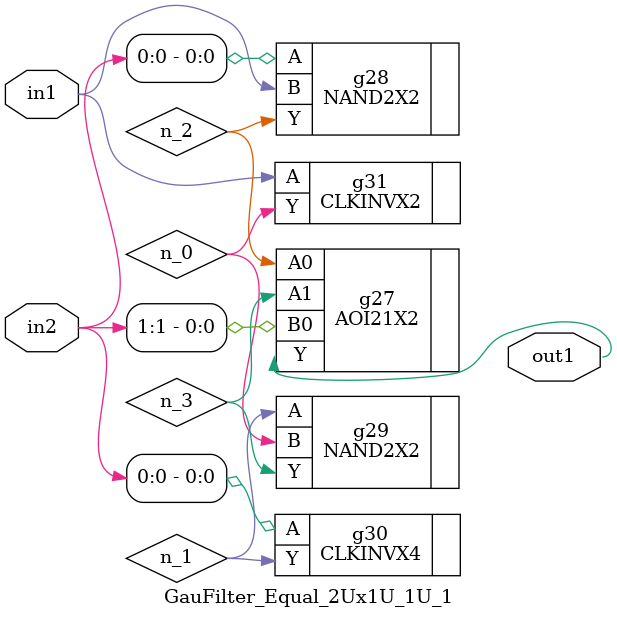
<source format=v>
`timescale 1ps / 1ps


module GauFilter_Equal_2Ux1U_1U_1(in2, in1, out1);
  input [1:0] in2;
  input in1;
  output out1;
  wire [1:0] in2;
  wire in1;
  wire out1;
  wire n_0, n_1, n_2, n_3;
  AOI21X2 g27(.A0 (n_2), .A1 (n_3), .B0 (in2[1]), .Y (out1));
  NAND2X2 g29(.A (n_1), .B (n_0), .Y (n_3));
  NAND2X2 g28(.A (in2[0]), .B (in1), .Y (n_2));
  CLKINVX4 g30(.A (in2[0]), .Y (n_1));
  CLKINVX2 g31(.A (in1), .Y (n_0));
endmodule



</source>
